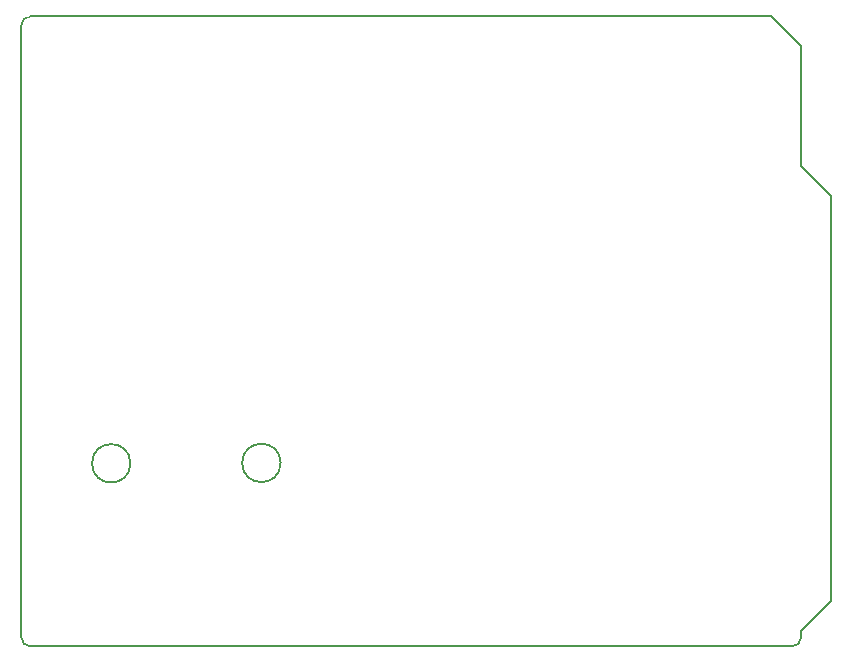
<source format=gbr>
%TF.GenerationSoftware,KiCad,Pcbnew,7.0.1*%
%TF.CreationDate,2024-01-27T23:50:39-07:00*%
%TF.ProjectId,Uno_Shield_PhaseB,556e6f5f-5368-4696-956c-645f50686173,rev?*%
%TF.SameCoordinates,Original*%
%TF.FileFunction,Profile,NP*%
%FSLAX46Y46*%
G04 Gerber Fmt 4.6, Leading zero omitted, Abs format (unit mm)*
G04 Created by KiCad (PCBNEW 7.0.1) date 2024-01-27 23:50:39*
%MOMM*%
%LPD*%
G01*
G04 APERTURE LIST*
%TA.AperFunction,Profile*%
%ADD10C,0.150000*%
%TD*%
G04 APERTURE END LIST*
D10*
X121963995Y-84472809D02*
G75*
G03*
X121963995Y-84472809I-1626394J0D01*
G01*
X109246394Y-84506000D02*
G75*
G03*
X109246394Y-84506000I-1626394J0D01*
G01*
X166040000Y-59360000D02*
X168580000Y-61900000D01*
X100000000Y-99238000D02*
X100000000Y-47422000D01*
X168580000Y-61900000D02*
X168580000Y-96190000D01*
X165278000Y-100000000D02*
X100762000Y-100000000D01*
X100762000Y-46660000D02*
X163500000Y-46660000D01*
X100000000Y-99238000D02*
G75*
G03*
X100762000Y-100000000I762000J0D01*
G01*
X168580000Y-96190000D02*
X166040000Y-98730000D01*
X163500000Y-46660000D02*
X166040000Y-49200000D01*
X165278000Y-100000000D02*
G75*
G03*
X166040000Y-99238000I0J762000D01*
G01*
X166040000Y-49200000D02*
X166040000Y-59360000D01*
X166040000Y-98730000D02*
X166040000Y-99238000D01*
X100762000Y-46660000D02*
G75*
G03*
X100000000Y-47422000I0J-762000D01*
G01*
M02*

</source>
